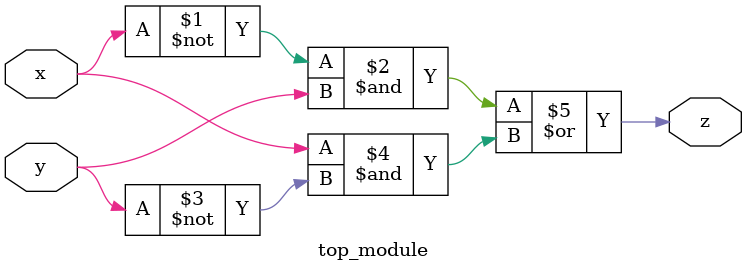
<source format=sv>
module top_module(
    input x,
    input y,
    output z);

    assign z = (~x & y) | (x & ~y);
    
endmodule

</source>
